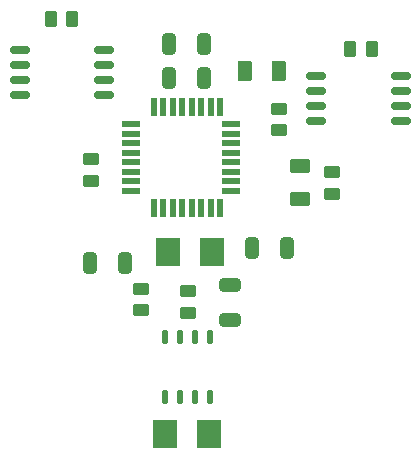
<source format=gbr>
%TF.GenerationSoftware,KiCad,Pcbnew,9.0.1*%
%TF.CreationDate,2025-11-22T15:28:51+03:00*%
%TF.ProjectId,MCU Datalogger wirh 512KB EEPROM,4d435520-4461-4746-916c-6f6767657220,1*%
%TF.SameCoordinates,Original*%
%TF.FileFunction,Paste,Top*%
%TF.FilePolarity,Positive*%
%FSLAX46Y46*%
G04 Gerber Fmt 4.6, Leading zero omitted, Abs format (unit mm)*
G04 Created by KiCad (PCBNEW 9.0.1) date 2025-11-22 15:28:51*
%MOMM*%
%LPD*%
G01*
G04 APERTURE LIST*
G04 Aperture macros list*
%AMRoundRect*
0 Rectangle with rounded corners*
0 $1 Rounding radius*
0 $2 $3 $4 $5 $6 $7 $8 $9 X,Y pos of 4 corners*
0 Add a 4 corners polygon primitive as box body*
4,1,4,$2,$3,$4,$5,$6,$7,$8,$9,$2,$3,0*
0 Add four circle primitives for the rounded corners*
1,1,$1+$1,$2,$3*
1,1,$1+$1,$4,$5*
1,1,$1+$1,$6,$7*
1,1,$1+$1,$8,$9*
0 Add four rect primitives between the rounded corners*
20,1,$1+$1,$2,$3,$4,$5,0*
20,1,$1+$1,$4,$5,$6,$7,0*
20,1,$1+$1,$6,$7,$8,$9,0*
20,1,$1+$1,$8,$9,$2,$3,0*%
G04 Aperture macros list end*
%ADD10RoundRect,0.162500X-0.650000X-0.162500X0.650000X-0.162500X0.650000X0.162500X-0.650000X0.162500X0*%
%ADD11RoundRect,0.250000X-0.325000X-0.650000X0.325000X-0.650000X0.325000X0.650000X-0.325000X0.650000X0*%
%ADD12R,2.000000X2.400000*%
%ADD13RoundRect,0.250000X0.625000X-0.375000X0.625000X0.375000X-0.625000X0.375000X-0.625000X-0.375000X0*%
%ADD14RoundRect,0.250000X0.450000X-0.262500X0.450000X0.262500X-0.450000X0.262500X-0.450000X-0.262500X0*%
%ADD15RoundRect,0.250000X-0.650000X0.325000X-0.650000X-0.325000X0.650000X-0.325000X0.650000X0.325000X0*%
%ADD16RoundRect,0.250000X-0.262500X-0.450000X0.262500X-0.450000X0.262500X0.450000X-0.262500X0.450000X0*%
%ADD17RoundRect,0.078000X-0.182000X-0.492000X0.182000X-0.492000X0.182000X0.492000X-0.182000X0.492000X0*%
%ADD18RoundRect,0.250000X0.375000X0.625000X-0.375000X0.625000X-0.375000X-0.625000X0.375000X-0.625000X0*%
%ADD19R,0.550000X1.600000*%
%ADD20R,1.600000X0.550000*%
G04 APERTURE END LIST*
D10*
%TO.C,U2*%
X146843500Y-86257100D03*
X146843500Y-87527100D03*
X146843500Y-88797100D03*
X146843500Y-90067100D03*
X154018500Y-90067100D03*
X154018500Y-88797100D03*
X154018500Y-87527100D03*
X154018500Y-86257100D03*
%TD*%
D11*
%TO.C,C5*%
X134443500Y-83587100D03*
X137393500Y-83587100D03*
%TD*%
D12*
%TO.C,Y1*%
X138018500Y-101187100D03*
X134318500Y-101187100D03*
%TD*%
D13*
%TO.C,D2*%
X145493500Y-96737100D03*
X145493500Y-93937100D03*
%TD*%
D14*
%TO.C,R7*%
X143718500Y-90899600D03*
X143718500Y-89074600D03*
%TD*%
%TO.C,R4*%
X132043500Y-106137100D03*
X132043500Y-104312100D03*
%TD*%
D15*
%TO.C,C4*%
X139593500Y-104012100D03*
X139593500Y-106962100D03*
%TD*%
D14*
%TO.C,R6*%
X127843500Y-95174600D03*
X127843500Y-93349600D03*
%TD*%
D12*
%TO.C,Y2*%
X134093500Y-116587100D03*
X137793500Y-116587100D03*
%TD*%
D11*
%TO.C,C3*%
X141418500Y-100812100D03*
X144368500Y-100812100D03*
%TD*%
%TO.C,C2*%
X127745000Y-102140000D03*
X130695000Y-102140000D03*
%TD*%
D10*
%TO.C,U1*%
X121768500Y-84067100D03*
X121768500Y-85337100D03*
X121768500Y-86607100D03*
X121768500Y-87877100D03*
X128943500Y-87877100D03*
X128943500Y-86607100D03*
X128943500Y-85337100D03*
X128943500Y-84067100D03*
%TD*%
D14*
%TO.C,R5*%
X135991600Y-106347900D03*
X135991600Y-104522900D03*
%TD*%
%TO.C,R1*%
X148234400Y-96238700D03*
X148234400Y-94413700D03*
%TD*%
D16*
%TO.C,R3*%
X149743500Y-84012100D03*
X151568500Y-84012100D03*
%TD*%
D11*
%TO.C,C1*%
X134443900Y-86431100D03*
X137393900Y-86431100D03*
%TD*%
D17*
%TO.C,U3*%
X134083500Y-113449600D03*
X135353500Y-113449600D03*
X136623500Y-113449600D03*
X137893500Y-113449600D03*
X137893500Y-108409600D03*
X136623500Y-108409600D03*
X135353500Y-108409600D03*
X134083500Y-108409600D03*
%TD*%
D18*
%TO.C,D1*%
X143693500Y-85887100D03*
X140893500Y-85887100D03*
%TD*%
D16*
%TO.C,R2*%
X124406000Y-81437100D03*
X126231000Y-81437100D03*
%TD*%
D19*
%TO.C,IC1*%
X133143500Y-97437100D03*
X133943500Y-97437100D03*
X134743500Y-97437100D03*
X135543500Y-97437100D03*
X136343500Y-97437100D03*
X137143500Y-97437100D03*
X137943500Y-97437100D03*
X138743500Y-97437100D03*
D20*
X139668500Y-95987100D03*
X139668500Y-95187100D03*
X139668500Y-94387100D03*
X139668500Y-93587100D03*
X139668500Y-92787100D03*
X139668500Y-91987100D03*
X139668500Y-91187100D03*
X139668500Y-90387100D03*
D19*
X138743500Y-88937100D03*
X137943500Y-88937100D03*
X137143500Y-88937100D03*
X136343500Y-88937100D03*
X135543500Y-88937100D03*
X134743500Y-88937100D03*
X133943500Y-88937100D03*
X133143500Y-88937100D03*
D20*
X131168500Y-90387100D03*
X131168500Y-91187100D03*
X131168500Y-91987100D03*
X131168500Y-92787100D03*
X131168500Y-93587100D03*
X131168500Y-94387100D03*
X131168500Y-95187100D03*
X131168500Y-95987100D03*
%TD*%
M02*

</source>
